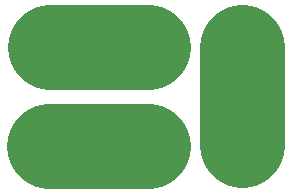
<source format=gbs>
%TF.GenerationSoftware,KiCad,Pcbnew,4.0.5-e0-6337~49~ubuntu16.04.1*%
%TF.CreationDate,2017-05-26T06:39:28-07:00*%
%TF.ProjectId,2x3-Slide-Switch-CL-SB-SMT,3278332D536C6964652D537769746368,v1.1*%
%TF.FileFunction,Soldermask,Bot*%
%FSLAX46Y46*%
G04 Gerber Fmt 4.6, Leading zero omitted, Abs format (unit mm)*
G04 Created by KiCad (PCBNEW 4.0.5-e0-6337~49~ubuntu16.04.1) date Fri May 26 06:39:28 2017*
%MOMM*%
%LPD*%
G01*
G04 APERTURE LIST*
%ADD10C,0.350000*%
%ADD11C,0.500000*%
%ADD12C,7.200000*%
G04 APERTURE END LIST*
D10*
D11*
X18808700Y-52212240D02*
X18808700Y-43449240D01*
X2235200Y-43639740D02*
X12141200Y-43639740D01*
X2044700Y-52529740D02*
X11950700Y-52529740D01*
D12*
X2806700Y-43703240D02*
X11125200Y-43703240D01*
X2743200Y-52085240D02*
X11061700Y-52085240D01*
X19062700Y-52021740D02*
X19062700Y-43703240D01*
D10*
G36*
X11193310Y-48820587D02*
X11784255Y-48941891D01*
X12340398Y-49175672D01*
X12840534Y-49513018D01*
X13265621Y-49941083D01*
X13599466Y-50443561D01*
X13829356Y-51001316D01*
X13946464Y-51592754D01*
X13946464Y-51592764D01*
X13946531Y-51593103D01*
X13936910Y-52282156D01*
X13936833Y-52282494D01*
X13936833Y-52282502D01*
X13803257Y-52870441D01*
X13557885Y-53421556D01*
X13210137Y-53914518D01*
X12773262Y-54330549D01*
X12263900Y-54653801D01*
X11701454Y-54871959D01*
X11107347Y-54976716D01*
X10504203Y-54964082D01*
X9915000Y-54834537D01*
X9362182Y-54593017D01*
X8866807Y-54248722D01*
X8447737Y-53814763D01*
X8120938Y-53307670D01*
X7898856Y-52746754D01*
X7789955Y-52153398D01*
X7798377Y-51550181D01*
X7923806Y-50960087D01*
X8161459Y-50405598D01*
X8502291Y-49907828D01*
X8933312Y-49485740D01*
X9438113Y-49155408D01*
X9997459Y-48929417D01*
X10590045Y-48816376D01*
X11193310Y-48820587D01*
X11193310Y-48820587D01*
G37*
G36*
X19193310Y-48820587D02*
X19784255Y-48941891D01*
X20340398Y-49175672D01*
X20840534Y-49513018D01*
X21265621Y-49941083D01*
X21599466Y-50443561D01*
X21829356Y-51001316D01*
X21946464Y-51592754D01*
X21946464Y-51592764D01*
X21946531Y-51593103D01*
X21936910Y-52282156D01*
X21936833Y-52282494D01*
X21936833Y-52282502D01*
X21803257Y-52870441D01*
X21557885Y-53421556D01*
X21210137Y-53914518D01*
X20773262Y-54330549D01*
X20263900Y-54653801D01*
X19701454Y-54871959D01*
X19107347Y-54976716D01*
X18504203Y-54964082D01*
X17915000Y-54834537D01*
X17362182Y-54593017D01*
X16866807Y-54248722D01*
X16447737Y-53814763D01*
X16120938Y-53307670D01*
X15898856Y-52746754D01*
X15789955Y-52153398D01*
X15798377Y-51550181D01*
X15923806Y-50960087D01*
X16161459Y-50405598D01*
X16502291Y-49907828D01*
X16933312Y-49485740D01*
X17438113Y-49155408D01*
X17997459Y-48929417D01*
X18590045Y-48816376D01*
X19193310Y-48820587D01*
X19193310Y-48820587D01*
G37*
G36*
X3139743Y-49330247D02*
X3632715Y-49431440D01*
X4096656Y-49626463D01*
X4513875Y-49907881D01*
X4868488Y-50264977D01*
X5146985Y-50684150D01*
X5338762Y-51149435D01*
X5436443Y-51642762D01*
X5436443Y-51642772D01*
X5436510Y-51643111D01*
X5428484Y-52217926D01*
X5428407Y-52218264D01*
X5428407Y-52218273D01*
X5316989Y-52708682D01*
X5112298Y-53168427D01*
X4822202Y-53579662D01*
X4457756Y-53926720D01*
X4032842Y-54196379D01*
X3563640Y-54378370D01*
X3068031Y-54465760D01*
X2564881Y-54455220D01*
X2073361Y-54347152D01*
X1612194Y-54145673D01*
X1198947Y-53858459D01*
X849354Y-53496445D01*
X576735Y-53073422D01*
X391471Y-52605499D01*
X300625Y-52110516D01*
X307650Y-51607305D01*
X412285Y-51115042D01*
X610538Y-50652481D01*
X894863Y-50237235D01*
X1254426Y-49885125D01*
X1675537Y-49609558D01*
X2142150Y-49421034D01*
X2636491Y-49326734D01*
X3139743Y-49330247D01*
X3139743Y-49330247D01*
G37*
G36*
X6152720Y-52110917D02*
X6233237Y-52127444D01*
X6308997Y-52159292D01*
X6377137Y-52205253D01*
X6435053Y-52263573D01*
X6480537Y-52332033D01*
X6511857Y-52408022D01*
X6527751Y-52488292D01*
X6527751Y-52488306D01*
X6527818Y-52488645D01*
X6526507Y-52582521D01*
X6526431Y-52582855D01*
X6526431Y-52582868D01*
X6508300Y-52662672D01*
X6474872Y-52737753D01*
X6427494Y-52804914D01*
X6367973Y-52861596D01*
X6298577Y-52905636D01*
X6221950Y-52935357D01*
X6141011Y-52949629D01*
X6058836Y-52947907D01*
X5978563Y-52930259D01*
X5903245Y-52897353D01*
X5835759Y-52850449D01*
X5778664Y-52791326D01*
X5734141Y-52722238D01*
X5703882Y-52645815D01*
X5689047Y-52564982D01*
X5690194Y-52482798D01*
X5707283Y-52402402D01*
X5739660Y-52326859D01*
X5786096Y-52259042D01*
X5844817Y-52201538D01*
X5913593Y-52156533D01*
X5989799Y-52125743D01*
X6070530Y-52110343D01*
X6152720Y-52110917D01*
X6152720Y-52110917D01*
G37*
G36*
X11193310Y-40820587D02*
X11784255Y-40941891D01*
X12340398Y-41175672D01*
X12840534Y-41513018D01*
X13265621Y-41941083D01*
X13599466Y-42443561D01*
X13829356Y-43001316D01*
X13946464Y-43592754D01*
X13946464Y-43592764D01*
X13946531Y-43593103D01*
X13936910Y-44282156D01*
X13936833Y-44282494D01*
X13936833Y-44282502D01*
X13803257Y-44870441D01*
X13557885Y-45421556D01*
X13210137Y-45914518D01*
X12773262Y-46330549D01*
X12263900Y-46653801D01*
X11701454Y-46871959D01*
X11107347Y-46976716D01*
X10504203Y-46964082D01*
X9915000Y-46834537D01*
X9362182Y-46593017D01*
X8866807Y-46248722D01*
X8447737Y-45814763D01*
X8120938Y-45307670D01*
X7898856Y-44746754D01*
X7789955Y-44153398D01*
X7798377Y-43550181D01*
X7923806Y-42960087D01*
X8161459Y-42405598D01*
X8502291Y-41907828D01*
X8933312Y-41485740D01*
X9438113Y-41155408D01*
X9997459Y-40929417D01*
X10590045Y-40816376D01*
X11193310Y-40820587D01*
X11193310Y-40820587D01*
G37*
G36*
X19193310Y-40820587D02*
X19784255Y-40941891D01*
X20340398Y-41175672D01*
X20840534Y-41513018D01*
X21265621Y-41941083D01*
X21599466Y-42443561D01*
X21829356Y-43001316D01*
X21946464Y-43592754D01*
X21946464Y-43592764D01*
X21946531Y-43593103D01*
X21936910Y-44282156D01*
X21936833Y-44282494D01*
X21936833Y-44282502D01*
X21803257Y-44870441D01*
X21557885Y-45421556D01*
X21210137Y-45914518D01*
X20773262Y-46330549D01*
X20263900Y-46653801D01*
X19701454Y-46871959D01*
X19107347Y-46976716D01*
X18504203Y-46964082D01*
X17915000Y-46834537D01*
X17362182Y-46593017D01*
X16866807Y-46248722D01*
X16447737Y-45814763D01*
X16120938Y-45307670D01*
X15898856Y-44746754D01*
X15789955Y-44153398D01*
X15798377Y-43550181D01*
X15923806Y-42960087D01*
X16161459Y-42405598D01*
X16502291Y-41907828D01*
X16933312Y-41485740D01*
X17438113Y-41155408D01*
X17997459Y-40929417D01*
X18590045Y-40816376D01*
X19193310Y-40820587D01*
X19193310Y-40820587D01*
G37*
G36*
X3139743Y-41330247D02*
X3632715Y-41431440D01*
X4096656Y-41626463D01*
X4513875Y-41907881D01*
X4868488Y-42264977D01*
X5146985Y-42684150D01*
X5338762Y-43149435D01*
X5436443Y-43642762D01*
X5436443Y-43642772D01*
X5436510Y-43643111D01*
X5428484Y-44217926D01*
X5428407Y-44218264D01*
X5428407Y-44218273D01*
X5316989Y-44708682D01*
X5112298Y-45168427D01*
X4822202Y-45579662D01*
X4457756Y-45926720D01*
X4032842Y-46196379D01*
X3563640Y-46378370D01*
X3068031Y-46465760D01*
X2564881Y-46455220D01*
X2073361Y-46347152D01*
X1612194Y-46145673D01*
X1198947Y-45858459D01*
X849354Y-45496445D01*
X576735Y-45073422D01*
X391471Y-44605499D01*
X300625Y-44110516D01*
X307650Y-43607305D01*
X412285Y-43115042D01*
X610538Y-42652481D01*
X894863Y-42237235D01*
X1254426Y-41885125D01*
X1675537Y-41609558D01*
X2142150Y-41421034D01*
X2636491Y-41326734D01*
X3139743Y-41330247D01*
X3139743Y-41330247D01*
G37*
G36*
X6025720Y-43220917D02*
X6106237Y-43237444D01*
X6181997Y-43269292D01*
X6250137Y-43315253D01*
X6308053Y-43373573D01*
X6353537Y-43442033D01*
X6384857Y-43518022D01*
X6400751Y-43598292D01*
X6400751Y-43598306D01*
X6400818Y-43598645D01*
X6399507Y-43692521D01*
X6399431Y-43692855D01*
X6399431Y-43692868D01*
X6381300Y-43772672D01*
X6347872Y-43847753D01*
X6300494Y-43914914D01*
X6240973Y-43971596D01*
X6171577Y-44015636D01*
X6094950Y-44045357D01*
X6014011Y-44059629D01*
X5931836Y-44057907D01*
X5851563Y-44040259D01*
X5776245Y-44007353D01*
X5708759Y-43960449D01*
X5651664Y-43901326D01*
X5607141Y-43832238D01*
X5576882Y-43755815D01*
X5562047Y-43674982D01*
X5563194Y-43592798D01*
X5580283Y-43512402D01*
X5612660Y-43436859D01*
X5659096Y-43369042D01*
X5717817Y-43311538D01*
X5786593Y-43266533D01*
X5862799Y-43235743D01*
X5943530Y-43220343D01*
X6025720Y-43220917D01*
X6025720Y-43220917D01*
G37*
M02*

</source>
